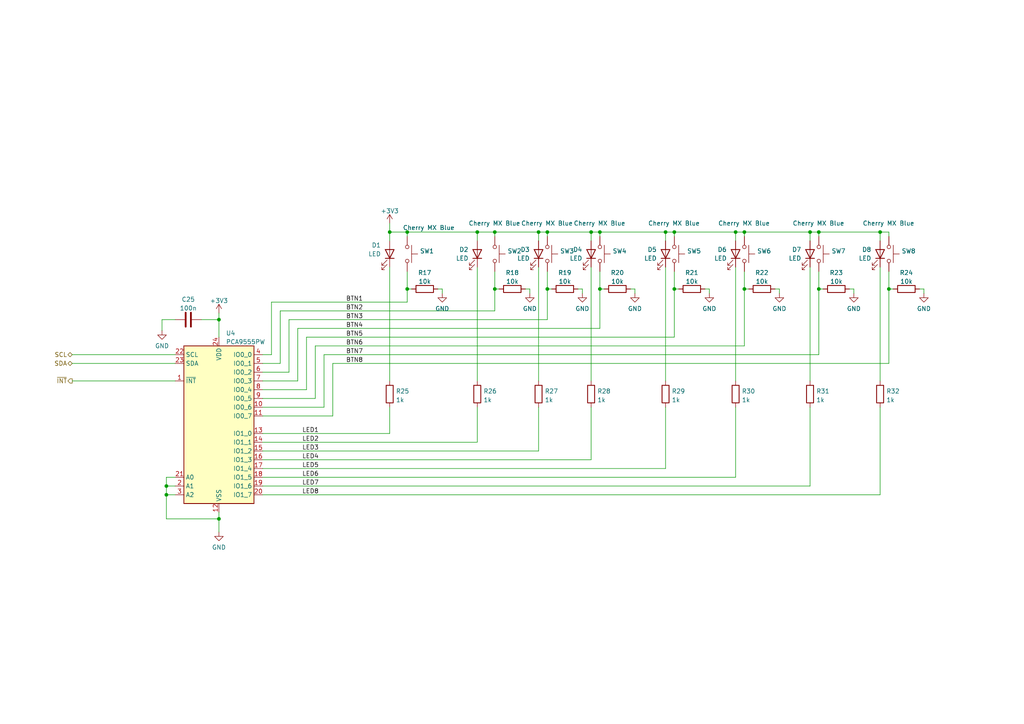
<source format=kicad_sch>
(kicad_sch (version 20211123) (generator eeschema)
  (paper "A4")
  (lib_symbols
    (symbol "Device:C" (pin_numbers hide) (pin_names (offset 0.254))
      (property "Reference" "C" (at 0.635 2.54 0))
      (property "Value" "C" (at 0.635 -2.54 0))
      (symbol "C_0_1"
        (polyline (pts (xy -2.032 -0.762) (xy 2.032 -0.762)) (stroke (width 0.508)))
        (polyline (pts (xy -2.032 0.762) (xy 2.032 0.762)) (stroke (width 0.508)))
      )
      (symbol "C_1_1"
        (pin passive line (at 0 3.81 270) (length 2.794) (name "~") (number "1"))
        (pin passive line (at 0 -3.81 90) (length 2.794) (name "~") (number "2"))
      )
    )
    (symbol "Device:LED" (pin_numbers hide) (pin_names (offset 1.016) hide)
      (property "Reference" "D" (at 0 2.54 0))
      (property "Value" "LED" (at 0 -2.54 0))
      (symbol "LED_0_1"
        (polyline (pts (xy -1.27 -1.27) (xy -1.27 1.27)) (stroke (width 0.254)))
        (polyline (pts (xy -1.27 0) (xy 1.27 0)))
        (polyline (pts (xy 1.27 -1.27) (xy 1.27 1.27) (xy -1.27 0) (xy 1.27 -1.27)) (stroke (width 0.254)))
        (polyline (pts (xy -3.048 -0.762) (xy -4.572 -2.286) (xy -3.81 -2.286) (xy -4.572 -2.286) (xy -4.572 -1.524)))
        (polyline (pts (xy -1.778 -0.762) (xy -3.302 -2.286) (xy -2.54 -2.286) (xy -3.302 -2.286) (xy -3.302 -1.524)))
      )
      (symbol "LED_1_1"
        (pin passive line (at -3.81 0 0) (length 2.54) (name "K") (number "1"))
        (pin passive line (at 3.81 0 180) (length 2.54) (name "A") (number "2"))
      )
    )
    (symbol "Device:R" (pin_numbers hide) (pin_names (offset 0))
      (property "Reference" "R" (at 2.032 0 90))
      (property "Value" "R" (at 0 0 90))
      (symbol "R_0_1"
        (rectangle (start -1.016 -2.54) (end 1.016 2.54) (stroke (width 0.254)))
      )
      (symbol "R_1_1"
        (pin passive line (at 0 3.81 270) (length 1.27) (name "~") (number "1"))
        (pin passive line (at 0 -3.81 90) (length 1.27) (name "~") (number "2"))
      )
    )
    (symbol "Interface_Expansion:PCA9555PW"
      (property "Reference" "U" (at -8.89 24.13 0))
      (property "Value" "PCA9555PW" (at 6.35 24.13 0))
      (symbol "PCA9555PW_0_1"
        (rectangle (start -10.16 22.86) (end 10.16 -22.86) (stroke (width 0.254)) (fill (type background)))
      )
      (symbol "PCA9555PW_1_1"
        (pin open_collector line (at -12.7 12.7 0) (length 2.54) (name "~{INT}") (number "1"))
        (pin bidirectional line (at 12.7 5.08 180) (length 2.54) (name "IO0_6") (number "10"))
        (pin bidirectional line (at 12.7 2.54 180) (length 2.54) (name "IO0_7") (number "11"))
        (pin power_in line (at 0 -25.4 90) (length 2.54) (name "VSS") (number "12"))
        (pin bidirectional line (at 12.7 -2.54 180) (length 2.54) (name "IO1_0") (number "13"))
        (pin bidirectional line (at 12.7 -5.08 180) (length 2.54) (name "IO1_1") (number "14"))
        (pin bidirectional line (at 12.7 -7.62 180) (length 2.54) (name "IO1_2") (number "15"))
        (pin bidirectional line (at 12.7 -10.16 180) (length 2.54) (name "IO1_3") (number "16"))
        (pin bidirectional line (at 12.7 -12.7 180) (length 2.54) (name "IO1_4") (number "17"))
        (pin bidirectional line (at 12.7 -15.24 180) (length 2.54) (name "IO1_5") (number "18"))
        (pin bidirectional line (at 12.7 -17.78 180) (length 2.54) (name "IO1_6") (number "19"))
        (pin input line (at -12.7 -17.78 0) (length 2.54) (name "A1") (number "2"))
        (pin bidirectional line (at 12.7 -20.32 180) (length 2.54) (name "IO1_7") (number "20"))
        (pin input line (at -12.7 -15.24 0) (length 2.54) (name "A0") (number "21"))
        (pin input line (at -12.7 20.32 0) (length 2.54) (name "SCL") (number "22"))
        (pin bidirectional line (at -12.7 17.78 0) (length 2.54) (name "SDA") (number "23"))
        (pin power_in line (at 0 25.4 270) (length 2.54) (name "VDD") (number "24"))
        (pin input line (at -12.7 -20.32 0) (length 2.54) (name "A2") (number "3"))
        (pin bidirectional line (at 12.7 20.32 180) (length 2.54) (name "IO0_0") (number "4"))
        (pin bidirectional line (at 12.7 17.78 180) (length 2.54) (name "IO0_1") (number "5"))
        (pin bidirectional line (at 12.7 15.24 180) (length 2.54) (name "IO0_2") (number "6"))
        (pin bidirectional line (at 12.7 12.7 180) (length 2.54) (name "IO0_3") (number "7"))
        (pin bidirectional line (at 12.7 10.16 180) (length 2.54) (name "IO0_4") (number "8"))
        (pin bidirectional line (at 12.7 7.62 180) (length 2.54) (name "IO0_5") (number "9"))
      )
    )
    (symbol "Switch:SW_Push" (pin_numbers hide) (pin_names (offset 1.016) hide)
      (property "Reference" "SW" (at 1.27 2.54 0))
      (property "Value" "SW_Push" (at 0 -1.524 0))
      (symbol "SW_Push_0_1"
        (circle (center -2.032 0) (radius 0.508))
        (polyline (pts (xy 0 1.27) (xy 0 3.048)))
        (polyline (pts (xy 2.54 1.27) (xy -2.54 1.27)))
        (circle (center 2.032 0) (radius 0.508))
        (pin passive line (at -5.08 0 0) (length 2.54) (name "1") (number "1"))
        (pin passive line (at 5.08 0 180) (length 2.54) (name "2") (number "2"))
      )
    )
    (symbol "power:+3V3" (power) (pin_names (offset 0))
      (property "Value" "+3V3" (at 0 3.556 0))
      (symbol "+3V3_0_1"
        (polyline (pts (xy -0.762 1.27) (xy 0 2.54)))
        (polyline (pts (xy 0 0) (xy 0 2.54)))
        (polyline (pts (xy 0 2.54) (xy 0.762 1.27)))
      )
      (symbol "+3V3_1_1"
        (pin power_in line (at 0 0 90) (length 0) hide (name "+3V3") (number "1"))
      )
    )
    (symbol "power:GND" (power) (pin_names (offset 0))
      (property "Value" "GND" (at 0 -3.81 0))
      (symbol "GND_0_1"
        (polyline (pts (xy 0 0) (xy 0 -1.27) (xy 1.27 -1.27) (xy 0 -2.54) (xy -1.27 -1.27) (xy 0 -1.27)))
      )
      (symbol "GND_1_1"
        (pin power_in line (at 0 0 270) (length 0) hide (name "GND") (number "1"))
      )
    )
  )
  (junction (at 255.27 67.31))
  (junction (at 156.21 67.31))
  (junction (at 195.58 83.82))
  (junction (at 193.04 67.31))
  (junction (at 48.26 143.51))
  (junction (at 143.51 83.82))
  (junction (at 143.51 67.31))
  (junction (at 118.11 83.82))
  (junction (at 237.49 67.31))
  (junction (at 257.81 83.82))
  (junction (at 158.75 67.31))
  (junction (at 63.5 92.71))
  (junction (at 171.45 67.31))
  (junction (at 118.11 67.31))
  (junction (at 215.9 67.31))
  (junction (at 173.99 83.82))
  (junction (at 195.58 67.31))
  (junction (at 234.95 67.31))
  (junction (at 213.36 67.31))
  (junction (at 158.75 83.82))
  (junction (at 173.99 67.31))
  (junction (at 215.9 83.82))
  (junction (at 113.03 67.31))
  (junction (at 63.5 150.495))
  (junction (at 237.49 83.82))
  (junction (at 48.26 140.97))
  (junction (at 138.43 67.31))
  (wire (pts (xy 215.9 100.33) (xy 215.9 83.82)))
  (wire (pts (xy 234.95 67.31) (xy 237.49 67.31)))
  (wire (pts (xy 86.36 95.25) (xy 173.99 95.25)))
  (wire (pts (xy 138.43 128.27) (xy 138.43 118.11)))
  (wire (pts (xy 171.45 67.31) (xy 173.99 67.31)))
  (wire (pts (xy 143.51 83.82) (xy 144.78 83.82)))
  (wire (pts (xy 226.06 83.82) (xy 226.06 85.09)))
  (wire (pts (xy 193.04 135.89) (xy 193.04 118.11)))
  (wire (pts (xy 118.11 87.63) (xy 118.11 83.82)))
  (wire (pts (xy 215.9 67.31) (xy 234.95 67.31)))
  (wire (pts (xy 76.2 138.43) (xy 213.36 138.43)))
  (wire (pts (xy 96.52 105.41) (xy 257.81 105.41)))
  (wire (pts (xy 20.955 102.87) (xy 50.8 102.87)))
  (wire (pts (xy 237.49 102.87) (xy 237.49 83.82)))
  (wire (pts (xy 50.8 138.43) (xy 48.26 138.43)))
  (wire (pts (xy 173.99 83.82) (xy 175.26 83.82)))
  (wire (pts (xy 173.99 68.58) (xy 173.99 67.31)))
  (wire (pts (xy 156.21 67.31) (xy 156.21 69.85)))
  (wire (pts (xy 158.75 78.74) (xy 158.75 83.82)))
  (wire (pts (xy 76.2 133.35) (xy 171.45 133.35)))
  (wire (pts (xy 182.88 83.82) (xy 184.15 83.82)))
  (wire (pts (xy 63.5 150.495) (xy 63.5 148.59)))
  (wire (pts (xy 257.81 68.58) (xy 257.81 67.31)))
  (wire (pts (xy 20.955 110.49) (xy 50.8 110.49)))
  (wire (pts (xy 237.49 83.82) (xy 238.76 83.82)))
  (wire (pts (xy 213.36 138.43) (xy 213.36 118.11)))
  (wire (pts (xy 193.04 67.31) (xy 193.04 69.85)))
  (wire (pts (xy 158.75 92.71) (xy 158.75 83.82)))
  (wire (pts (xy 138.43 77.47) (xy 138.43 110.49)))
  (wire (pts (xy 118.11 83.82) (xy 119.38 83.82)))
  (wire (pts (xy 193.04 77.47) (xy 193.04 110.49)))
  (wire (pts (xy 76.2 115.57) (xy 91.44 115.57)))
  (wire (pts (xy 83.82 92.71) (xy 158.75 92.71)))
  (wire (pts (xy 213.36 77.47) (xy 213.36 110.49)))
  (wire (pts (xy 153.67 83.82) (xy 153.67 85.09)))
  (wire (pts (xy 138.43 67.31) (xy 143.51 67.31)))
  (wire (pts (xy 48.26 143.51) (xy 50.8 143.51)))
  (wire (pts (xy 78.74 87.63) (xy 118.11 87.63)))
  (wire (pts (xy 63.5 150.495) (xy 63.5 154.305)))
  (wire (pts (xy 76.2 102.87) (xy 78.74 102.87)))
  (wire (pts (xy 96.52 120.65) (xy 76.2 120.65)))
  (wire (pts (xy 48.26 138.43) (xy 48.26 140.97)))
  (wire (pts (xy 76.2 113.03) (xy 88.9 113.03)))
  (wire (pts (xy 184.15 83.82) (xy 184.15 85.09)))
  (wire (pts (xy 113.03 67.31) (xy 118.11 67.31)))
  (wire (pts (xy 46.99 92.71) (xy 46.99 95.885)))
  (wire (pts (xy 76.2 118.11) (xy 93.98 118.11)))
  (wire (pts (xy 257.81 78.74) (xy 257.81 83.82)))
  (wire (pts (xy 247.65 83.82) (xy 247.65 85.09)))
  (wire (pts (xy 93.98 102.87) (xy 237.49 102.87)))
  (wire (pts (xy 58.42 92.71) (xy 63.5 92.71)))
  (wire (pts (xy 113.03 64.77) (xy 113.03 67.31)))
  (wire (pts (xy 76.2 125.73) (xy 113.03 125.73)))
  (wire (pts (xy 195.58 78.74) (xy 195.58 83.82)))
  (wire (pts (xy 76.2 130.81) (xy 156.21 130.81)))
  (wire (pts (xy 91.44 115.57) (xy 91.44 100.33)))
  (wire (pts (xy 88.9 97.79) (xy 195.58 97.79)))
  (wire (pts (xy 168.91 83.82) (xy 168.91 85.09)))
  (wire (pts (xy 234.95 118.11) (xy 234.95 140.97)))
  (wire (pts (xy 237.49 68.58) (xy 237.49 67.31)))
  (wire (pts (xy 195.58 67.31) (xy 213.36 67.31)))
  (wire (pts (xy 91.44 100.33) (xy 215.9 100.33)))
  (wire (pts (xy 204.47 83.82) (xy 205.74 83.82)))
  (wire (pts (xy 143.51 78.74) (xy 143.51 83.82)))
  (wire (pts (xy 76.2 128.27) (xy 138.43 128.27)))
  (wire (pts (xy 138.43 67.31) (xy 138.43 69.85)))
  (wire (pts (xy 76.2 135.89) (xy 193.04 135.89)))
  (wire (pts (xy 143.51 67.31) (xy 156.21 67.31)))
  (wire (pts (xy 195.58 97.79) (xy 195.58 83.82)))
  (wire (pts (xy 81.28 90.17) (xy 81.28 105.41)))
  (wire (pts (xy 257.81 83.82) (xy 259.08 83.82)))
  (wire (pts (xy 167.64 83.82) (xy 168.91 83.82)))
  (wire (pts (xy 81.28 105.41) (xy 76.2 105.41)))
  (wire (pts (xy 195.58 83.82) (xy 196.85 83.82)))
  (wire (pts (xy 255.27 143.51) (xy 255.27 118.11)))
  (wire (pts (xy 237.49 78.74) (xy 237.49 83.82)))
  (wire (pts (xy 113.03 67.31) (xy 113.03 69.85)))
  (wire (pts (xy 48.26 143.51) (xy 48.26 150.495)))
  (wire (pts (xy 50.8 92.71) (xy 46.99 92.71)))
  (wire (pts (xy 86.36 110.49) (xy 86.36 95.25)))
  (wire (pts (xy 237.49 67.31) (xy 255.27 67.31)))
  (wire (pts (xy 257.81 105.41) (xy 257.81 83.82)))
  (wire (pts (xy 171.45 77.47) (xy 171.45 110.49)))
  (wire (pts (xy 255.27 67.31) (xy 257.81 67.31)))
  (wire (pts (xy 213.36 67.31) (xy 215.9 67.31)))
  (wire (pts (xy 156.21 67.31) (xy 158.75 67.31)))
  (wire (pts (xy 63.5 97.79) (xy 63.5 92.71)))
  (wire (pts (xy 118.11 67.31) (xy 138.43 67.31)))
  (wire (pts (xy 173.99 78.74) (xy 173.99 83.82)))
  (wire (pts (xy 76.2 110.49) (xy 86.36 110.49)))
  (wire (pts (xy 48.26 140.97) (xy 50.8 140.97)))
  (wire (pts (xy 158.75 68.58) (xy 158.75 67.31)))
  (wire (pts (xy 173.99 67.31) (xy 193.04 67.31)))
  (wire (pts (xy 193.04 67.31) (xy 195.58 67.31)))
  (wire (pts (xy 76.2 140.97) (xy 234.95 140.97)))
  (wire (pts (xy 156.21 77.47) (xy 156.21 110.49)))
  (wire (pts (xy 113.03 118.11) (xy 113.03 125.73)))
  (wire (pts (xy 81.28 90.17) (xy 143.51 90.17)))
  (wire (pts (xy 246.38 83.82) (xy 247.65 83.82)))
  (wire (pts (xy 78.74 102.87) (xy 78.74 87.63)))
  (wire (pts (xy 255.27 67.31) (xy 255.27 69.85)))
  (wire (pts (xy 118.11 67.31) (xy 118.11 68.58)))
  (wire (pts (xy 156.21 118.11) (xy 156.21 130.81)))
  (wire (pts (xy 173.99 95.25) (xy 173.99 83.82)))
  (wire (pts (xy 20.955 105.41) (xy 50.8 105.41)))
  (wire (pts (xy 63.5 92.71) (xy 63.5 90.805)))
  (wire (pts (xy 143.51 90.17) (xy 143.51 83.82)))
  (wire (pts (xy 224.79 83.82) (xy 226.06 83.82)))
  (wire (pts (xy 255.27 77.47) (xy 255.27 110.49)))
  (wire (pts (xy 127 83.82) (xy 128.27 83.82)))
  (wire (pts (xy 195.58 68.58) (xy 195.58 67.31)))
  (wire (pts (xy 234.95 77.47) (xy 234.95 110.49)))
  (wire (pts (xy 113.03 77.47) (xy 113.03 110.49)))
  (wire (pts (xy 48.26 140.97) (xy 48.26 143.51)))
  (wire (pts (xy 128.27 83.82) (xy 128.27 85.09)))
  (wire (pts (xy 215.9 68.58) (xy 215.9 67.31)))
  (wire (pts (xy 118.11 78.74) (xy 118.11 83.82)))
  (wire (pts (xy 48.26 150.495) (xy 63.5 150.495)))
  (wire (pts (xy 267.97 83.82) (xy 267.97 85.09)))
  (wire (pts (xy 96.52 105.41) (xy 96.52 120.65)))
  (wire (pts (xy 266.7 83.82) (xy 267.97 83.82)))
  (wire (pts (xy 234.95 67.31) (xy 234.95 69.85)))
  (wire (pts (xy 215.9 78.74) (xy 215.9 83.82)))
  (wire (pts (xy 93.98 118.11) (xy 93.98 102.87)))
  (wire (pts (xy 76.2 143.51) (xy 255.27 143.51)))
  (wire (pts (xy 158.75 67.31) (xy 171.45 67.31)))
  (wire (pts (xy 76.2 107.95) (xy 83.82 107.95)))
  (wire (pts (xy 83.82 107.95) (xy 83.82 92.71)))
  (wire (pts (xy 171.45 133.35) (xy 171.45 118.11)))
  (wire (pts (xy 158.75 83.82) (xy 160.02 83.82)))
  (wire (pts (xy 152.4 83.82) (xy 153.67 83.82)))
  (wire (pts (xy 143.51 67.31) (xy 143.51 68.58)))
  (wire (pts (xy 88.9 97.79) (xy 88.9 113.03)))
  (wire (pts (xy 171.45 67.31) (xy 171.45 69.85)))
  (wire (pts (xy 205.74 83.82) (xy 205.74 85.09)))
  (wire (pts (xy 213.36 67.31) (xy 213.36 69.85)))
  (wire (pts (xy 215.9 83.82) (xy 217.17 83.82)))
  (label "BTN1" (at 100.33 87.63 0))
  (label "LED1" (at 87.63 125.73 0))
  (label "BTN2" (at 100.33 90.17 0))
  (label "LED8" (at 87.63 143.51 0))
  (label "LED2" (at 87.63 128.27 0))
  (label "BTN7" (at 100.33 102.87 0))
  (label "BTN8" (at 100.33 105.41 0))
  (label "LED3" (at 87.63 130.81 0))
  (label "LED5" (at 87.63 135.89 0))
  (label "LED7" (at 87.63 140.97 0))
  (label "BTN3" (at 100.33 92.71 0))
  (label "BTN4" (at 100.33 95.25 0))
  (label "LED6" (at 87.63 138.43 0))
  (label "LED4" (at 87.63 133.35 0))
  (label "BTN6" (at 100.33 100.33 0))
  (label "BTN5" (at 100.33 97.79 0))
  (hierarchical_label "SDA" (shape bidirectional) (at 20.955 105.41 180))
  (hierarchical_label "SCL" (shape bidirectional) (at 20.955 102.87 180))
  (hierarchical_label "~{INT}" (shape output) (at 20.955 110.49 180))
  (symbol (lib_id "Switch:SW_Push") (at 158.75 73.66 270) (unit 1)
    (property "Reference" "SW3" (at 162.433 72.8253 90) (effects (justify left)))
    (property "Value" "Cherry MX Blue" (at 151.13 64.77 90) (effects (justify left)))
    (property "Footprint" "Button_Switch_Keyboard:SW_Cherry_MX_1.00u_PCB" (effects hide))
  )
  (symbol (lib_id "power:GND") (at 267.97 85.09 0) (unit 1)
    (property "Reference" "#PWR050" (effects hide))
    (property "Value" "GND" (at 267.97 89.5334 0))
  )
  (symbol (lib_id "Device:R") (at 163.83 83.82 270) (unit 1)
    (property "Reference" "R19" (at 163.83 79.1042 90))
    (property "Value" "10k" (at 163.83 81.6411 90))
    (property "Footprint" "Resistor_SMD:R_0603_1608Metric" (effects hide))
  )
  (symbol (lib_id "power:GND") (at 63.5 154.305 0) (unit 1)
    (property "Reference" "#PWR053" (effects hide))
    (property "Value" "GND" (at 63.5 158.7484 0))
  )
  (symbol (lib_id "power:GND") (at 168.91 85.09 0) (unit 1)
    (property "Reference" "#PWR045" (effects hide))
    (property "Value" "GND" (at 168.91 89.5334 0))
  )
  (symbol (lib_id "Device:R") (at 234.95 114.3 0) (unit 1)
    (property "Reference" "R31" (at 236.728 113.4653 0) (effects (justify left)))
    (property "Value" "1k" (at 236.728 116.0022 0) (effects (justify left)))
    (property "Footprint" "Resistor_SMD:R_0603_1608Metric" (effects hide))
  )
  (symbol (lib_id "Device:R") (at 113.03 114.3 0) (unit 1)
    (property "Reference" "R25" (at 114.808 113.4653 0) (effects (justify left)))
    (property "Value" "1k" (at 114.808 116.0022 0) (effects (justify left)))
    (property "Footprint" "Resistor_SMD:R_0603_1608Metric" (effects hide))
  )
  (symbol (lib_id "Device:LED") (at 171.45 73.66 270) (mirror x) (unit 1)
    (property "Reference" "D4" (at 168.91 72.39 90) (effects (justify right)))
    (property "Value" "LED" (at 168.91 74.93 90) (effects (justify right)))
    (property "Footprint" "LED_SMD:LED_0603_1608Metric" (effects hide))
  )
  (symbol (lib_id "power:GND") (at 128.27 85.09 0) (unit 1)
    (property "Reference" "#PWR043" (effects hide))
    (property "Value" "GND" (at 128.27 89.5334 0))
  )
  (symbol (lib_id "Device:R") (at 179.07 83.82 270) (unit 1)
    (property "Reference" "R20" (at 179.07 79.1042 90))
    (property "Value" "10k" (at 179.07 81.6411 90))
    (property "Footprint" "Resistor_SMD:R_0603_1608Metric" (effects hide))
  )
  (symbol (lib_id "Device:LED") (at 255.27 73.66 270) (mirror x) (unit 1)
    (property "Reference" "D8" (at 252.73 72.39 90) (effects (justify right)))
    (property "Value" "LED" (at 252.73 74.93 90) (effects (justify right)))
    (property "Footprint" "LED_SMD:LED_0603_1608Metric" (effects hide))
  )
  (symbol (lib_id "Device:R") (at 262.89 83.82 270) (unit 1)
    (property "Reference" "R24" (at 262.89 79.1042 90))
    (property "Value" "10k" (at 262.89 81.6411 90))
    (property "Footprint" "Resistor_SMD:R_0603_1608Metric" (effects hide))
  )
  (symbol (lib_id "power:GND") (at 184.15 85.09 0) (unit 1)
    (property "Reference" "#PWR046" (effects hide))
    (property "Value" "GND" (at 184.15 89.5334 0))
  )
  (symbol (lib_id "Switch:SW_Push") (at 237.49 73.66 270) (unit 1)
    (property "Reference" "SW7" (at 241.173 72.8253 90) (effects (justify left)))
    (property "Value" "Cherry MX Blue" (at 229.87 64.77 90) (effects (justify left)))
    (property "Footprint" "Button_Switch_Keyboard:SW_Cherry_MX_1.00u_PCB" (effects hide))
  )
  (symbol (lib_id "Switch:SW_Push") (at 173.99 73.66 270) (unit 1)
    (property "Reference" "SW4" (at 177.673 72.8253 90) (effects (justify left)))
    (property "Value" "Cherry MX Blue" (at 166.37 64.77 90) (effects (justify left)))
    (property "Footprint" "Button_Switch_Keyboard:SW_Cherry_MX_1.00u_PCB" (effects hide))
  )
  (symbol (lib_id "power:GND") (at 247.65 85.09 0) (unit 1)
    (property "Reference" "#PWR049" (effects hide))
    (property "Value" "GND" (at 247.65 89.5334 0))
  )
  (symbol (lib_id "power:GND") (at 153.67 85.09 0) (unit 1)
    (property "Reference" "#PWR044" (effects hide))
    (property "Value" "GND" (at 153.67 89.5334 0))
  )
  (symbol (lib_id "Device:R") (at 255.27 114.3 0) (unit 1)
    (property "Reference" "R32" (at 257.048 113.4653 0) (effects (justify left)))
    (property "Value" "1k" (at 257.048 116.0022 0) (effects (justify left)))
    (property "Footprint" "Resistor_SMD:R_0603_1608Metric" (effects hide))
  )
  (symbol (lib_id "Device:LED") (at 193.04 73.66 270) (mirror x) (unit 1)
    (property "Reference" "D5" (at 190.5 72.39 90) (effects (justify right)))
    (property "Value" "LED" (at 190.5 74.93 90) (effects (justify right)))
    (property "Footprint" "LED_SMD:LED_0603_1608Metric" (effects hide))
  )
  (symbol (lib_id "power:+3V3") (at 63.5 90.805 0) (unit 1)
    (property "Reference" "#PWR051" (effects hide))
    (property "Value" "+3V3" (at 63.5 87.2292 0))
  )
  (symbol (lib_id "Device:LED") (at 138.43 73.66 270) (mirror x) (unit 1)
    (property "Reference" "D2" (at 135.89 72.39 90) (effects (justify right)))
    (property "Value" "LED" (at 135.89 74.93 90) (effects (justify right)))
    (property "Footprint" "LED_SMD:LED_0603_1608Metric" (effects hide))
  )
  (symbol (lib_id "Switch:SW_Push") (at 143.51 73.66 270) (unit 1)
    (property "Reference" "SW2" (at 147.193 72.8253 90) (effects (justify left)))
    (property "Value" "Cherry MX Blue" (at 135.89 64.77 90) (effects (justify left)))
    (property "Footprint" "Button_Switch_Keyboard:SW_Cherry_MX_1.00u_PCB" (effects hide))
  )
  (symbol (lib_id "power:GND") (at 226.06 85.09 0) (unit 1)
    (property "Reference" "#PWR048" (effects hide))
    (property "Value" "GND" (at 226.06 89.5334 0))
  )
  (symbol (lib_id "Device:LED") (at 234.95 73.66 270) (mirror x) (unit 1)
    (property "Reference" "D7" (at 232.41 72.39 90) (effects (justify right)))
    (property "Value" "LED" (at 232.41 74.93 90) (effects (justify right)))
    (property "Footprint" "LED_SMD:LED_0603_1608Metric" (effects hide))
  )
  (symbol (lib_id "Device:R") (at 213.36 114.3 0) (unit 1)
    (property "Reference" "R30" (at 215.138 113.4653 0) (effects (justify left)))
    (property "Value" "1k" (at 215.138 116.0022 0) (effects (justify left)))
    (property "Footprint" "Resistor_SMD:R_0603_1608Metric" (effects hide))
  )
  (symbol (lib_id "Device:R") (at 148.59 83.82 270) (unit 1)
    (property "Reference" "R18" (at 148.59 79.1042 90))
    (property "Value" "10k" (at 148.59 81.6411 90))
    (property "Footprint" "Resistor_SMD:R_0603_1608Metric" (effects hide))
  )
  (symbol (lib_id "Device:R") (at 200.66 83.82 270) (unit 1)
    (property "Reference" "R21" (at 200.66 79.1042 90))
    (property "Value" "10k" (at 200.66 81.6411 90))
    (property "Footprint" "Resistor_SMD:R_0603_1608Metric" (effects hide))
  )
  (symbol (lib_id "Device:R") (at 220.98 83.82 270) (unit 1)
    (property "Reference" "R22" (at 220.98 79.1042 90))
    (property "Value" "10k" (at 220.98 81.6411 90))
    (property "Footprint" "Resistor_SMD:R_0603_1608Metric" (effects hide))
  )
  (symbol (lib_id "Switch:SW_Push") (at 195.58 73.66 270) (unit 1)
    (property "Reference" "SW5" (at 199.263 72.8253 90) (effects (justify left)))
    (property "Value" "Cherry MX Blue" (at 187.96 64.77 90) (effects (justify left)))
    (property "Footprint" "Button_Switch_Keyboard:SW_Cherry_MX_1.00u_PCB" (effects hide))
  )
  (symbol (lib_id "Device:LED") (at 113.03 73.66 270) (mirror x) (unit 1)
    (property "Reference" "D1" (at 110.49 71.12 90) (effects (justify right)))
    (property "Value" "LED" (at 110.49 73.66 90) (effects (justify right)))
    (property "Footprint" "LED_SMD:LED_0603_1608Metric" (effects hide))
  )
  (symbol (lib_id "Switch:SW_Push") (at 257.81 73.66 270) (unit 1)
    (property "Reference" "SW8" (at 261.493 72.8253 90) (effects (justify left)))
    (property "Value" "Cherry MX Blue" (at 250.19 64.77 90) (effects (justify left)))
    (property "Footprint" "Button_Switch_Keyboard:SW_Cherry_MX_1.00u_PCB" (effects hide))
  )
  (symbol (lib_id "power:GND") (at 46.99 95.885 0) (unit 1)
    (property "Reference" "#PWR052" (effects hide))
    (property "Value" "GND" (at 46.99 100.3284 0))
  )
  (symbol (lib_id "Device:LED") (at 156.21 73.66 270) (mirror x) (unit 1)
    (property "Reference" "D3" (at 153.67 72.39 90) (effects (justify right)))
    (property "Value" "LED" (at 153.67 74.93 90) (effects (justify right)))
    (property "Footprint" "LED_SMD:LED_0603_1608Metric" (effects hide))
  )
  (symbol (lib_id "Device:LED") (at 213.36 73.66 270) (mirror x) (unit 1)
    (property "Reference" "D6" (at 210.82 72.39 90) (effects (justify right)))
    (property "Value" "LED" (at 210.82 74.93 90) (effects (justify right)))
    (property "Footprint" "LED_SMD:LED_0603_1608Metric" (effects hide))
  )
  (symbol (lib_id "Device:R") (at 242.57 83.82 270) (unit 1)
    (property "Reference" "R23" (at 242.57 79.1042 90))
    (property "Value" "10k" (at 242.57 81.6411 90))
    (property "Footprint" "Resistor_SMD:R_0603_1608Metric" (effects hide))
  )
  (symbol (lib_id "Device:R") (at 193.04 114.3 0) (unit 1)
    (property "Reference" "R29" (at 194.818 113.4653 0) (effects (justify left)))
    (property "Value" "1k" (at 194.818 116.0022 0) (effects (justify left)))
    (property "Footprint" "Resistor_SMD:R_0603_1608Metric" (effects hide))
  )
  (symbol (lib_id "Switch:SW_Push") (at 118.11 73.66 270) (unit 1)
    (property "Reference" "SW1" (at 121.793 72.8253 90) (effects (justify left)))
    (property "Value" "Cherry MX Blue" (at 116.84 66.04 90) (effects (justify left)))
    (property "Footprint" "Button_Switch_Keyboard:SW_Cherry_MX_1.00u_PCB" (effects hide))
  )
  (symbol (lib_id "Interface_Expansion:PCA9555PW") (at 63.5 123.19 0) (unit 1)
    (property "Reference" "U4" (at 65.5194 96.6302 0) (effects (justify left)))
    (property "Value" "PCA9555PW" (at 65.5194 99.1671 0) (effects (justify left)))
    (property "Footprint" "Package_SO:TSSOP-24_4.4x7.8mm_P0.65mm" (effects hide))
    (property "Datasheet" "https://www.nxp.com/docs/en/data-sheet/PCA9555.pdf" (effects hide))
  )
  (symbol (lib_id "Device:R") (at 138.43 114.3 0) (unit 1)
    (property "Reference" "R26" (at 140.208 113.4653 0) (effects (justify left)))
    (property "Value" "1k" (at 140.208 116.0022 0) (effects (justify left)))
    (property "Footprint" "Resistor_SMD:R_0603_1608Metric" (effects hide))
  )
  (symbol (lib_id "Device:R") (at 156.21 114.3 0) (unit 1)
    (property "Reference" "R27" (at 157.988 113.4653 0) (effects (justify left)))
    (property "Value" "1k" (at 157.988 116.0022 0) (effects (justify left)))
    (property "Footprint" "Resistor_SMD:R_0603_1608Metric" (effects hide))
  )
  (symbol (lib_id "power:GND") (at 205.74 85.09 0) (unit 1)
    (property "Reference" "#PWR047" (effects hide))
    (property "Value" "GND" (at 205.74 89.5334 0))
  )
  (symbol (lib_id "Switch:SW_Push") (at 215.9 73.66 270) (unit 1)
    (property "Reference" "SW6" (at 219.583 72.8253 90) (effects (justify left)))
    (property "Value" "Cherry MX Blue" (at 208.28 64.77 90) (effects (justify left)))
    (property "Footprint" "Button_Switch_Keyboard:SW_Cherry_MX_1.00u_PCB" (effects hide))
  )
  (symbol (lib_id "power:+3V3") (at 113.03 64.77 0) (unit 1)
    (property "Reference" "#PWR042" (effects hide))
    (property "Value" "+3V3" (at 113.03 61.1942 0))
  )
  (symbol (lib_id "Device:R") (at 123.19 83.82 270) (unit 1)
    (property "Reference" "R17" (at 123.19 79.1042 90))
    (property "Value" "10k" (at 123.19 81.6411 90))
    (property "Footprint" "Resistor_SMD:R_0603_1608Metric" (effects hide))
  )
  (symbol (lib_id "Device:C") (at 54.61 92.71 90) (unit 1)
    (property "Reference" "C25" (at 54.61 86.8512 90))
    (property "Value" "100n" (at 54.61 89.3881 90))
    (property "Footprint" "Capacitor_SMD:C_0603_1608Metric" (effects hide))
  )
  (symbol (lib_id "Device:R") (at 171.45 114.3 0) (unit 1)
    (property "Reference" "R28" (at 173.228 113.4653 0) (effects (justify left)))
    (property "Value" "1k" (at 173.228 116.0022 0) (effects (justify left)))
    (property "Footprint" "Resistor_SMD:R_0603_1608Metric" (effects hide))
  )
)
</source>
